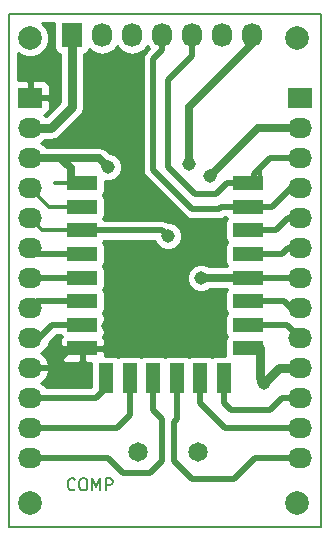
<source format=gbr>
G04 #@! TF.FileFunction,Copper,L1,Top,Signal*
%FSLAX46Y46*%
G04 Gerber Fmt 4.6, Leading zero omitted, Abs format (unit mm)*
G04 Created by KiCad (PCBNEW (2015-01-16 BZR 5376)-product) date 7/15/2015 11:03:25 AM*
%MOMM*%
G01*
G04 APERTURE LIST*
%ADD10C,0.100000*%
%ADD11C,0.200000*%
%ADD12R,2.500000X1.200000*%
%ADD13R,1.200000X2.500000*%
%ADD14C,2.000000*%
%ADD15R,2.032000X1.727200*%
%ADD16O,2.032000X1.727200*%
%ADD17C,1.651000*%
%ADD18R,1.727200X2.032000*%
%ADD19O,1.727200X2.032000*%
%ADD20C,1.143000*%
%ADD21C,0.350000*%
%ADD22C,0.762000*%
%ADD23C,0.635000*%
%ADD24C,0.508000*%
%ADD25C,0.381000*%
%ADD26C,0.254000*%
G04 APERTURE END LIST*
D10*
D11*
X138938000Y-84582000D02*
X138938000Y-81280000D01*
X112522000Y-84582000D02*
X138938000Y-84582000D01*
X112522000Y-81280000D02*
X112522000Y-84582000D01*
X118094286Y-81383143D02*
X118046667Y-81430762D01*
X117903810Y-81478381D01*
X117808572Y-81478381D01*
X117665714Y-81430762D01*
X117570476Y-81335524D01*
X117522857Y-81240286D01*
X117475238Y-81049810D01*
X117475238Y-80906952D01*
X117522857Y-80716476D01*
X117570476Y-80621238D01*
X117665714Y-80526000D01*
X117808572Y-80478381D01*
X117903810Y-80478381D01*
X118046667Y-80526000D01*
X118094286Y-80573619D01*
X118713333Y-80478381D02*
X118903810Y-80478381D01*
X118999048Y-80526000D01*
X119094286Y-80621238D01*
X119141905Y-80811714D01*
X119141905Y-81145048D01*
X119094286Y-81335524D01*
X118999048Y-81430762D01*
X118903810Y-81478381D01*
X118713333Y-81478381D01*
X118618095Y-81430762D01*
X118522857Y-81335524D01*
X118475238Y-81145048D01*
X118475238Y-80811714D01*
X118522857Y-80621238D01*
X118618095Y-80526000D01*
X118713333Y-80478381D01*
X119570476Y-81478381D02*
X119570476Y-80478381D01*
X119903810Y-81192667D01*
X120237143Y-80478381D01*
X120237143Y-81478381D01*
X120713333Y-81478381D02*
X120713333Y-80478381D01*
X121094286Y-80478381D01*
X121189524Y-80526000D01*
X121237143Y-80573619D01*
X121284762Y-80668857D01*
X121284762Y-80811714D01*
X121237143Y-80906952D01*
X121189524Y-80954571D01*
X121094286Y-81002190D01*
X120713333Y-81002190D01*
X138938000Y-41148000D02*
X112522000Y-41148000D01*
X138938000Y-81280000D02*
X138938000Y-41148000D01*
X112522000Y-41148000D02*
X112522000Y-81280000D01*
D12*
X118730000Y-55468000D03*
X118730000Y-57468000D03*
X118730000Y-59468000D03*
X118730000Y-61468000D03*
X118730000Y-63468000D03*
X118730000Y-65468000D03*
X118730000Y-67468000D03*
X118730000Y-69468000D03*
D13*
X120730000Y-71968000D03*
X122730000Y-71968000D03*
X126730000Y-71968000D03*
X128730000Y-71968000D03*
X130730000Y-71968000D03*
D12*
X132730000Y-69468000D03*
X132730000Y-67468000D03*
D13*
X124730000Y-71968000D03*
D12*
X132730000Y-65468000D03*
X132730000Y-63468000D03*
X132730000Y-61468000D03*
X132730000Y-59468000D03*
X132730000Y-57468000D03*
X132730000Y-55468000D03*
D14*
X136906000Y-43180000D03*
X114300000Y-43180000D03*
X114300000Y-82550000D03*
X136906000Y-82550000D03*
D15*
X137160000Y-48260000D03*
D16*
X137160000Y-50800000D03*
X137160000Y-53340000D03*
X137160000Y-55880000D03*
X137160000Y-58420000D03*
X137160000Y-60960000D03*
X137160000Y-63500000D03*
X137160000Y-66040000D03*
X137160000Y-68580000D03*
X137160000Y-71120000D03*
X137160000Y-73660000D03*
X137160000Y-76200000D03*
X137160000Y-78740000D03*
D15*
X114300000Y-48260000D03*
D16*
X114300000Y-50800000D03*
X114300000Y-53340000D03*
X114300000Y-55880000D03*
X114300000Y-58420000D03*
X114300000Y-60960000D03*
X114300000Y-63500000D03*
X114300000Y-66040000D03*
X114300000Y-68580000D03*
X114300000Y-71120000D03*
X114300000Y-73660000D03*
X114300000Y-76200000D03*
X114300000Y-78740000D03*
D17*
X128524000Y-78232000D03*
X123444000Y-78232000D03*
D18*
X117856000Y-42926000D03*
D19*
X120396000Y-42926000D03*
X122936000Y-42926000D03*
X125476000Y-42926000D03*
X128016000Y-42926000D03*
X130556000Y-42926000D03*
X133096000Y-42926000D03*
D20*
X134112000Y-72390000D03*
X129540000Y-54864000D03*
X120904000Y-67564000D03*
X119888000Y-45720000D03*
X125984000Y-59944000D03*
X128778000Y-63500000D03*
X120904000Y-54102000D03*
X127762000Y-53848000D03*
D21*
X133730000Y-69468000D02*
X133730000Y-70484000D01*
X134112000Y-72390000D02*
X134366000Y-72136000D01*
D22*
X117856000Y-49022000D02*
X116078000Y-50800000D01*
X116078000Y-50800000D02*
X114300000Y-50800000D01*
X117856000Y-42926000D02*
X117856000Y-49022000D01*
D23*
X133604000Y-50800000D02*
X129540000Y-54864000D01*
X137160000Y-50800000D02*
X133604000Y-50800000D01*
D22*
X133730000Y-72008000D02*
X134112000Y-72390000D01*
X133730000Y-69468000D02*
X133730000Y-72008000D01*
X135382000Y-71120000D02*
X134112000Y-72390000D01*
X137160000Y-71120000D02*
X135382000Y-71120000D01*
D24*
X120904000Y-67564000D02*
X127762000Y-60706000D01*
X127762000Y-60706000D02*
X127762000Y-59182000D01*
X127762000Y-59182000D02*
X123190000Y-54610000D01*
X123190000Y-54610000D02*
X123190000Y-49022000D01*
X123190000Y-49022000D02*
X119888000Y-45720000D01*
X116078000Y-71120000D02*
X114300000Y-71120000D01*
X117730000Y-69468000D02*
X116078000Y-71120000D01*
X118230000Y-69468000D02*
X117730000Y-69468000D01*
D21*
X136048000Y-67468000D02*
X137160000Y-68580000D01*
X133730000Y-67468000D02*
X136048000Y-67468000D01*
D24*
X136048000Y-67468000D02*
X137160000Y-68580000D01*
X133230000Y-67468000D02*
X136048000Y-67468000D01*
D21*
X115888000Y-57468000D02*
X114300000Y-55880000D01*
X117730000Y-57468000D02*
X115888000Y-57468000D01*
X115348000Y-59468000D02*
X114300000Y-58420000D01*
X117730000Y-59468000D02*
X115348000Y-59468000D01*
D24*
X125984000Y-59944000D02*
X125508000Y-59468000D01*
X125508000Y-59468000D02*
X117730000Y-59468000D01*
D21*
X114808000Y-61468000D02*
X114300000Y-60960000D01*
X117730000Y-61468000D02*
X114808000Y-61468000D01*
D24*
X114808000Y-61468000D02*
X114300000Y-60960000D01*
X118230000Y-61468000D02*
X114808000Y-61468000D01*
D21*
X114332000Y-63468000D02*
X114300000Y-63500000D01*
X117730000Y-63468000D02*
X114332000Y-63468000D01*
D24*
X114332000Y-63468000D02*
X114300000Y-63500000D01*
X118230000Y-63468000D02*
X114332000Y-63468000D01*
D21*
X114872000Y-65468000D02*
X114300000Y-66040000D01*
X117730000Y-65468000D02*
X114872000Y-65468000D01*
D24*
X114872000Y-65468000D02*
X114300000Y-66040000D01*
X118230000Y-65468000D02*
X114872000Y-65468000D01*
X115062000Y-68580000D02*
X114300000Y-68580000D01*
X116174000Y-67468000D02*
X115062000Y-68580000D01*
X118230000Y-67468000D02*
X116174000Y-67468000D01*
D21*
X114460000Y-73500000D02*
X114300000Y-73660000D01*
D24*
X119888000Y-73660000D02*
X114300000Y-73660000D01*
X120730000Y-72818000D02*
X119888000Y-73660000D01*
X120730000Y-71468000D02*
X120730000Y-72818000D01*
D21*
X121666000Y-76200000D02*
X122730000Y-75136000D01*
X114300000Y-76200000D02*
X121666000Y-76200000D01*
D24*
X121666000Y-76200000D02*
X114300000Y-76200000D01*
X122730000Y-75136000D02*
X121666000Y-76200000D01*
X122730000Y-71468000D02*
X122730000Y-75136000D01*
X126730000Y-75454000D02*
X126484002Y-75699998D01*
X126484002Y-75699998D02*
X126484002Y-78986002D01*
X126484002Y-78986002D02*
X128016000Y-80518000D01*
X128016000Y-80518000D02*
X131572000Y-80518000D01*
X131572000Y-80518000D02*
X133350000Y-78740000D01*
X133350000Y-78740000D02*
X137160000Y-78740000D01*
X126730000Y-71468000D02*
X126730000Y-75454000D01*
X128730000Y-74120000D02*
X130810000Y-76200000D01*
X130810000Y-76200000D02*
X137160000Y-76200000D01*
X128730000Y-71468000D02*
X128730000Y-74120000D01*
D21*
X130730000Y-71468000D02*
X130730000Y-72818000D01*
D24*
X130730000Y-74088000D02*
X131318000Y-74676000D01*
X131318000Y-74676000D02*
X134620000Y-74676000D01*
X134620000Y-74676000D02*
X135636000Y-73660000D01*
X135636000Y-73660000D02*
X137160000Y-73660000D01*
X130730000Y-71468000D02*
X130730000Y-74088000D01*
X120904000Y-78740000D02*
X122174000Y-80010000D01*
X122174000Y-80010000D02*
X124460000Y-80010000D01*
X124460000Y-80010000D02*
X125476000Y-78994000D01*
X125476000Y-78994000D02*
X125476000Y-75438000D01*
X125476000Y-75438000D02*
X124730000Y-74692000D01*
X124730000Y-74692000D02*
X124730000Y-71468000D01*
X114300000Y-78740000D02*
X120904000Y-78740000D01*
D21*
X136588000Y-65468000D02*
X137160000Y-66040000D01*
D24*
X136398000Y-66040000D02*
X137160000Y-66040000D01*
X135826000Y-65468000D02*
X136398000Y-66040000D01*
X133230000Y-65468000D02*
X135826000Y-65468000D01*
D21*
X137128000Y-63468000D02*
X137160000Y-63500000D01*
X133730000Y-63468000D02*
X137128000Y-63468000D01*
X128778000Y-63500000D02*
X128810000Y-63468000D01*
D23*
X128810000Y-63468000D02*
X133730000Y-63468000D01*
D24*
X137128000Y-63468000D02*
X137160000Y-63500000D01*
X133230000Y-63468000D02*
X137128000Y-63468000D01*
D21*
X136652000Y-61468000D02*
X137160000Y-60960000D01*
D24*
X136144000Y-60960000D02*
X137160000Y-60960000D01*
X135636000Y-61468000D02*
X136144000Y-60960000D01*
X133230000Y-61468000D02*
X135636000Y-61468000D01*
X136144000Y-58420000D02*
X137160000Y-58420000D01*
X135096000Y-59468000D02*
X136144000Y-58420000D01*
X133230000Y-59468000D02*
X135096000Y-59468000D01*
D21*
X133730000Y-54230000D02*
X134620000Y-53340000D01*
X134620000Y-53340000D02*
X137160000Y-53340000D01*
X133730000Y-55468000D02*
X133730000Y-54230000D01*
D25*
X128016000Y-42926000D02*
X128016000Y-43942000D01*
D24*
X128270000Y-56388000D02*
X126746000Y-54864000D01*
X126746000Y-54864000D02*
X126492000Y-54610000D01*
D25*
X126492000Y-54610000D02*
X126492000Y-54610000D01*
D24*
X130048000Y-56388000D02*
X128270000Y-56388000D01*
X130968000Y-55468000D02*
X130048000Y-56388000D01*
X133730000Y-55468000D02*
X130968000Y-55468000D01*
X125984000Y-54102000D02*
X128270000Y-56388000D01*
X125984000Y-46736000D02*
X128016000Y-44704000D01*
X125984000Y-53848000D02*
X125984000Y-46736000D01*
X128016000Y-42926000D02*
X128016000Y-44704000D01*
X125984000Y-54102000D02*
X125984000Y-53848000D01*
X134620000Y-53340000D02*
X137160000Y-53340000D01*
X133230000Y-54730000D02*
X134620000Y-53340000D01*
X133230000Y-55468000D02*
X133230000Y-54730000D01*
X127254000Y-56896000D02*
X125476000Y-55118000D01*
D25*
X131826000Y-57468000D02*
X130492000Y-57468000D01*
X133730000Y-57468000D02*
X131826000Y-57468000D01*
D24*
X130302000Y-57658000D02*
X128016000Y-57658000D01*
X127254000Y-56896000D02*
X128016000Y-57658000D01*
X125476000Y-44196000D02*
X124714000Y-44958000D01*
X124714000Y-44958000D02*
X124714000Y-54356000D01*
X124714000Y-54356000D02*
X125476000Y-55118000D01*
X125476000Y-42926000D02*
X125476000Y-44196000D01*
X131762000Y-57468000D02*
X131826000Y-57404000D01*
X131826000Y-57404000D02*
X131826000Y-57468000D01*
X130492000Y-57468000D02*
X131762000Y-57468000D01*
X130302000Y-57658000D02*
X130492000Y-57468000D01*
X136398000Y-55880000D02*
X137160000Y-55880000D01*
X134810000Y-57468000D02*
X136398000Y-55880000D01*
X133230000Y-57468000D02*
X134810000Y-57468000D01*
D21*
X117730000Y-55468000D02*
X116428000Y-55468000D01*
D25*
X117730000Y-54230000D02*
X116840000Y-53340000D01*
X116840000Y-53340000D02*
X114300000Y-53340000D01*
X120904000Y-54102000D02*
X120142000Y-53340000D01*
D23*
X127762000Y-49022000D02*
X127762000Y-53848000D01*
X133096000Y-43688000D02*
X127762000Y-49022000D01*
X133096000Y-42926000D02*
X133096000Y-43688000D01*
X120142000Y-53340000D02*
X120904000Y-54102000D01*
X114300000Y-53340000D02*
X120142000Y-53340000D01*
X116840000Y-53340000D02*
X114300000Y-53340000D01*
X117730000Y-54230000D02*
X116840000Y-53340000D01*
X117730000Y-55468000D02*
X117730000Y-54230000D01*
D26*
G36*
X116840000Y-48601159D02*
X115657159Y-49784000D01*
X115573594Y-49784000D01*
X115544415Y-49740330D01*
X115522219Y-49725499D01*
X115675698Y-49661927D01*
X115854327Y-49483299D01*
X115951000Y-49249910D01*
X115951000Y-48997291D01*
X115951000Y-48545750D01*
X115951000Y-47974250D01*
X115951000Y-47522709D01*
X115951000Y-47270090D01*
X115854327Y-47036701D01*
X115675698Y-46858073D01*
X115442309Y-46761400D01*
X114585750Y-46761400D01*
X114427000Y-46920150D01*
X114427000Y-48133000D01*
X115792250Y-48133000D01*
X115951000Y-47974250D01*
X115951000Y-48545750D01*
X115792250Y-48387000D01*
X114427000Y-48387000D01*
X114427000Y-48407000D01*
X114173000Y-48407000D01*
X114173000Y-48387000D01*
X114153000Y-48387000D01*
X114153000Y-48133000D01*
X114173000Y-48133000D01*
X114173000Y-46920150D01*
X114014250Y-46761400D01*
X113257000Y-46761400D01*
X113257000Y-44449438D01*
X113372637Y-44565278D01*
X113973352Y-44814716D01*
X114623795Y-44815284D01*
X115224943Y-44566894D01*
X115685278Y-44107363D01*
X115934716Y-43506648D01*
X115935284Y-42856205D01*
X115686894Y-42255057D01*
X115315486Y-41883000D01*
X116350374Y-41883000D01*
X116344960Y-41910000D01*
X116344960Y-43942000D01*
X116391937Y-44184123D01*
X116531727Y-44396927D01*
X116742760Y-44539377D01*
X116840000Y-44558877D01*
X116840000Y-48601159D01*
X116840000Y-48601159D01*
G37*
X116840000Y-48601159D02*
X115657159Y-49784000D01*
X115573594Y-49784000D01*
X115544415Y-49740330D01*
X115522219Y-49725499D01*
X115675698Y-49661927D01*
X115854327Y-49483299D01*
X115951000Y-49249910D01*
X115951000Y-48997291D01*
X115951000Y-48545750D01*
X115951000Y-47974250D01*
X115951000Y-47522709D01*
X115951000Y-47270090D01*
X115854327Y-47036701D01*
X115675698Y-46858073D01*
X115442309Y-46761400D01*
X114585750Y-46761400D01*
X114427000Y-46920150D01*
X114427000Y-48133000D01*
X115792250Y-48133000D01*
X115951000Y-47974250D01*
X115951000Y-48545750D01*
X115792250Y-48387000D01*
X114427000Y-48387000D01*
X114427000Y-48407000D01*
X114173000Y-48407000D01*
X114173000Y-48387000D01*
X114153000Y-48387000D01*
X114153000Y-48133000D01*
X114173000Y-48133000D01*
X114173000Y-46920150D01*
X114014250Y-46761400D01*
X113257000Y-46761400D01*
X113257000Y-44449438D01*
X113372637Y-44565278D01*
X113973352Y-44814716D01*
X114623795Y-44815284D01*
X115224943Y-44566894D01*
X115685278Y-44107363D01*
X115934716Y-43506648D01*
X115935284Y-42856205D01*
X115686894Y-42255057D01*
X115315486Y-41883000D01*
X116350374Y-41883000D01*
X116344960Y-41910000D01*
X116344960Y-43942000D01*
X116391937Y-44184123D01*
X116531727Y-44396927D01*
X116742760Y-44539377D01*
X116840000Y-44558877D01*
X116840000Y-48601159D01*
G36*
X130983675Y-68468654D02*
X130882623Y-68618360D01*
X130832560Y-68868000D01*
X130832560Y-70068000D01*
X130833056Y-70070560D01*
X130130000Y-70070560D01*
X129887877Y-70117537D01*
X129729345Y-70221675D01*
X129579640Y-70120623D01*
X129330000Y-70070560D01*
X128130000Y-70070560D01*
X127887877Y-70117537D01*
X127729345Y-70221675D01*
X127579640Y-70120623D01*
X127330000Y-70070560D01*
X126130000Y-70070560D01*
X125887877Y-70117537D01*
X125729345Y-70221675D01*
X125579640Y-70120623D01*
X125330000Y-70070560D01*
X124130000Y-70070560D01*
X123887877Y-70117537D01*
X123729345Y-70221675D01*
X123579640Y-70120623D01*
X123330000Y-70070560D01*
X122130000Y-70070560D01*
X121887877Y-70117537D01*
X121729345Y-70221675D01*
X121579640Y-70120623D01*
X121330000Y-70070560D01*
X120615000Y-70070560D01*
X120615000Y-69753750D01*
X120456250Y-69595000D01*
X118857000Y-69595000D01*
X118857000Y-70544250D01*
X119015750Y-70703000D01*
X119485568Y-70703000D01*
X119482560Y-70718000D01*
X119482560Y-72771000D01*
X118603000Y-72771000D01*
X118603000Y-70544250D01*
X118603000Y-69595000D01*
X117003750Y-69595000D01*
X116845000Y-69753750D01*
X116845000Y-70194309D01*
X116941673Y-70427698D01*
X117120301Y-70606327D01*
X117353690Y-70703000D01*
X117606309Y-70703000D01*
X118444250Y-70703000D01*
X118603000Y-70544250D01*
X118603000Y-72771000D01*
X115658453Y-72771000D01*
X115544415Y-72600330D01*
X115234930Y-72393539D01*
X115650732Y-72022036D01*
X115904709Y-71494791D01*
X115907358Y-71479026D01*
X115786217Y-71247000D01*
X114427000Y-71247000D01*
X114427000Y-71267000D01*
X114173000Y-71267000D01*
X114173000Y-71247000D01*
X114153000Y-71247000D01*
X114153000Y-70993000D01*
X114173000Y-70993000D01*
X114173000Y-70973000D01*
X114427000Y-70973000D01*
X114427000Y-70993000D01*
X115786217Y-70993000D01*
X115907358Y-70760974D01*
X115904709Y-70745209D01*
X115650732Y-70217964D01*
X115234930Y-69846460D01*
X115544415Y-69639670D01*
X115869271Y-69153489D01*
X115899942Y-68999293D01*
X116542236Y-68357000D01*
X116910330Y-68357000D01*
X116982741Y-68467232D01*
X116941673Y-68508302D01*
X116845000Y-68741691D01*
X116845000Y-69182250D01*
X117003750Y-69341000D01*
X118603000Y-69341000D01*
X118603000Y-69321000D01*
X118857000Y-69321000D01*
X118857000Y-69341000D01*
X120456250Y-69341000D01*
X120615000Y-69182250D01*
X120615000Y-68741691D01*
X120518327Y-68508302D01*
X120476745Y-68466720D01*
X120577377Y-68317640D01*
X120627440Y-68068000D01*
X120627440Y-66868000D01*
X120580463Y-66625877D01*
X120476324Y-66467345D01*
X120577377Y-66317640D01*
X120627440Y-66068000D01*
X120627440Y-64868000D01*
X120580463Y-64625877D01*
X120476324Y-64467345D01*
X120577377Y-64317640D01*
X120627440Y-64068000D01*
X120627440Y-62868000D01*
X120580463Y-62625877D01*
X120476324Y-62467345D01*
X120577377Y-62317640D01*
X120627440Y-62068000D01*
X120627440Y-60868000D01*
X120580463Y-60625877D01*
X120476324Y-60467345D01*
X120550808Y-60357000D01*
X124849212Y-60357000D01*
X124960582Y-60626535D01*
X125299680Y-60966225D01*
X125742959Y-61150290D01*
X126222935Y-61150709D01*
X126666535Y-60967418D01*
X127006225Y-60628320D01*
X127190290Y-60185041D01*
X127190709Y-59705065D01*
X127007418Y-59261465D01*
X126668320Y-58921775D01*
X126225041Y-58737710D01*
X125984140Y-58737499D01*
X125848206Y-58646671D01*
X125508000Y-58579000D01*
X120549669Y-58579000D01*
X120476324Y-58467345D01*
X120577377Y-58317640D01*
X120627440Y-58068000D01*
X120627440Y-56868000D01*
X120580463Y-56625877D01*
X120476324Y-56467345D01*
X120577377Y-56317640D01*
X120627440Y-56068000D01*
X120627440Y-55293541D01*
X120662959Y-55308290D01*
X121142935Y-55308709D01*
X121586535Y-55125418D01*
X121926225Y-54786320D01*
X122110290Y-54343041D01*
X122110709Y-53863065D01*
X121927418Y-53419465D01*
X121588320Y-53079775D01*
X121145041Y-52895710D01*
X121044660Y-52895622D01*
X120815519Y-52666481D01*
X120506506Y-52460005D01*
X120142000Y-52387500D01*
X116840000Y-52387500D01*
X115616023Y-52387500D01*
X115544415Y-52280330D01*
X115229634Y-52070000D01*
X115544415Y-51859670D01*
X115573594Y-51816000D01*
X116078000Y-51816000D01*
X116078000Y-51815999D01*
X116402299Y-51751492D01*
X116466806Y-51738662D01*
X116466807Y-51738662D01*
X116796420Y-51518420D01*
X118574420Y-49740420D01*
X118574421Y-49740420D01*
X118794662Y-49410807D01*
X118794662Y-49410806D01*
X118872000Y-49022000D01*
X118872000Y-44559871D01*
X118961723Y-44542463D01*
X119174527Y-44402673D01*
X119316977Y-44191640D01*
X119324718Y-44153037D01*
X119336330Y-44170415D01*
X119822511Y-44495271D01*
X120396000Y-44609345D01*
X120969489Y-44495271D01*
X121455670Y-44170415D01*
X121666000Y-43855634D01*
X121876330Y-44170415D01*
X122362511Y-44495271D01*
X122936000Y-44609345D01*
X123509489Y-44495271D01*
X123995670Y-44170415D01*
X124206000Y-43855634D01*
X124347444Y-44067319D01*
X124085382Y-44329382D01*
X123892671Y-44617794D01*
X123825000Y-44958000D01*
X123825000Y-54356000D01*
X123892671Y-54696206D01*
X124085382Y-54984618D01*
X124847382Y-55746618D01*
X126625382Y-57524618D01*
X127387382Y-58286618D01*
X127675794Y-58479329D01*
X127675795Y-58479329D01*
X128016000Y-58547000D01*
X130302000Y-58547000D01*
X130642205Y-58479329D01*
X130642206Y-58479329D01*
X130825283Y-58357000D01*
X130825284Y-58357000D01*
X130910330Y-58357000D01*
X130983675Y-58468654D01*
X130882623Y-58618360D01*
X130832560Y-58868000D01*
X130832560Y-60068000D01*
X130879537Y-60310123D01*
X130983675Y-60468654D01*
X130882623Y-60618360D01*
X130832560Y-60868000D01*
X130832560Y-62068000D01*
X130879537Y-62310123D01*
X130983675Y-62468654D01*
X130952054Y-62515500D01*
X129499979Y-62515500D01*
X129462320Y-62477775D01*
X129019041Y-62293710D01*
X128539065Y-62293291D01*
X128095465Y-62476582D01*
X127755775Y-62815680D01*
X127571710Y-63258959D01*
X127571291Y-63738935D01*
X127754582Y-64182535D01*
X128093680Y-64522225D01*
X128536959Y-64706290D01*
X129016935Y-64706709D01*
X129460535Y-64523418D01*
X129563632Y-64420500D01*
X130952043Y-64420500D01*
X130983675Y-64468654D01*
X130882623Y-64618360D01*
X130832560Y-64868000D01*
X130832560Y-66068000D01*
X130879537Y-66310123D01*
X130983675Y-66468654D01*
X130882623Y-66618360D01*
X130832560Y-66868000D01*
X130832560Y-68068000D01*
X130879537Y-68310123D01*
X130983675Y-68468654D01*
X130983675Y-68468654D01*
G37*
X130983675Y-68468654D02*
X130882623Y-68618360D01*
X130832560Y-68868000D01*
X130832560Y-70068000D01*
X130833056Y-70070560D01*
X130130000Y-70070560D01*
X129887877Y-70117537D01*
X129729345Y-70221675D01*
X129579640Y-70120623D01*
X129330000Y-70070560D01*
X128130000Y-70070560D01*
X127887877Y-70117537D01*
X127729345Y-70221675D01*
X127579640Y-70120623D01*
X127330000Y-70070560D01*
X126130000Y-70070560D01*
X125887877Y-70117537D01*
X125729345Y-70221675D01*
X125579640Y-70120623D01*
X125330000Y-70070560D01*
X124130000Y-70070560D01*
X123887877Y-70117537D01*
X123729345Y-70221675D01*
X123579640Y-70120623D01*
X123330000Y-70070560D01*
X122130000Y-70070560D01*
X121887877Y-70117537D01*
X121729345Y-70221675D01*
X121579640Y-70120623D01*
X121330000Y-70070560D01*
X120615000Y-70070560D01*
X120615000Y-69753750D01*
X120456250Y-69595000D01*
X118857000Y-69595000D01*
X118857000Y-70544250D01*
X119015750Y-70703000D01*
X119485568Y-70703000D01*
X119482560Y-70718000D01*
X119482560Y-72771000D01*
X118603000Y-72771000D01*
X118603000Y-70544250D01*
X118603000Y-69595000D01*
X117003750Y-69595000D01*
X116845000Y-69753750D01*
X116845000Y-70194309D01*
X116941673Y-70427698D01*
X117120301Y-70606327D01*
X117353690Y-70703000D01*
X117606309Y-70703000D01*
X118444250Y-70703000D01*
X118603000Y-70544250D01*
X118603000Y-72771000D01*
X115658453Y-72771000D01*
X115544415Y-72600330D01*
X115234930Y-72393539D01*
X115650732Y-72022036D01*
X115904709Y-71494791D01*
X115907358Y-71479026D01*
X115786217Y-71247000D01*
X114427000Y-71247000D01*
X114427000Y-71267000D01*
X114173000Y-71267000D01*
X114173000Y-71247000D01*
X114153000Y-71247000D01*
X114153000Y-70993000D01*
X114173000Y-70993000D01*
X114173000Y-70973000D01*
X114427000Y-70973000D01*
X114427000Y-70993000D01*
X115786217Y-70993000D01*
X115907358Y-70760974D01*
X115904709Y-70745209D01*
X115650732Y-70217964D01*
X115234930Y-69846460D01*
X115544415Y-69639670D01*
X115869271Y-69153489D01*
X115899942Y-68999293D01*
X116542236Y-68357000D01*
X116910330Y-68357000D01*
X116982741Y-68467232D01*
X116941673Y-68508302D01*
X116845000Y-68741691D01*
X116845000Y-69182250D01*
X117003750Y-69341000D01*
X118603000Y-69341000D01*
X118603000Y-69321000D01*
X118857000Y-69321000D01*
X118857000Y-69341000D01*
X120456250Y-69341000D01*
X120615000Y-69182250D01*
X120615000Y-68741691D01*
X120518327Y-68508302D01*
X120476745Y-68466720D01*
X120577377Y-68317640D01*
X120627440Y-68068000D01*
X120627440Y-66868000D01*
X120580463Y-66625877D01*
X120476324Y-66467345D01*
X120577377Y-66317640D01*
X120627440Y-66068000D01*
X120627440Y-64868000D01*
X120580463Y-64625877D01*
X120476324Y-64467345D01*
X120577377Y-64317640D01*
X120627440Y-64068000D01*
X120627440Y-62868000D01*
X120580463Y-62625877D01*
X120476324Y-62467345D01*
X120577377Y-62317640D01*
X120627440Y-62068000D01*
X120627440Y-60868000D01*
X120580463Y-60625877D01*
X120476324Y-60467345D01*
X120550808Y-60357000D01*
X124849212Y-60357000D01*
X124960582Y-60626535D01*
X125299680Y-60966225D01*
X125742959Y-61150290D01*
X126222935Y-61150709D01*
X126666535Y-60967418D01*
X127006225Y-60628320D01*
X127190290Y-60185041D01*
X127190709Y-59705065D01*
X127007418Y-59261465D01*
X126668320Y-58921775D01*
X126225041Y-58737710D01*
X125984140Y-58737499D01*
X125848206Y-58646671D01*
X125508000Y-58579000D01*
X120549669Y-58579000D01*
X120476324Y-58467345D01*
X120577377Y-58317640D01*
X120627440Y-58068000D01*
X120627440Y-56868000D01*
X120580463Y-56625877D01*
X120476324Y-56467345D01*
X120577377Y-56317640D01*
X120627440Y-56068000D01*
X120627440Y-55293541D01*
X120662959Y-55308290D01*
X121142935Y-55308709D01*
X121586535Y-55125418D01*
X121926225Y-54786320D01*
X122110290Y-54343041D01*
X122110709Y-53863065D01*
X121927418Y-53419465D01*
X121588320Y-53079775D01*
X121145041Y-52895710D01*
X121044660Y-52895622D01*
X120815519Y-52666481D01*
X120506506Y-52460005D01*
X120142000Y-52387500D01*
X116840000Y-52387500D01*
X115616023Y-52387500D01*
X115544415Y-52280330D01*
X115229634Y-52070000D01*
X115544415Y-51859670D01*
X115573594Y-51816000D01*
X116078000Y-51816000D01*
X116078000Y-51815999D01*
X116402299Y-51751492D01*
X116466806Y-51738662D01*
X116466807Y-51738662D01*
X116796420Y-51518420D01*
X118574420Y-49740420D01*
X118574421Y-49740420D01*
X118794662Y-49410807D01*
X118794662Y-49410806D01*
X118872000Y-49022000D01*
X118872000Y-44559871D01*
X118961723Y-44542463D01*
X119174527Y-44402673D01*
X119316977Y-44191640D01*
X119324718Y-44153037D01*
X119336330Y-44170415D01*
X119822511Y-44495271D01*
X120396000Y-44609345D01*
X120969489Y-44495271D01*
X121455670Y-44170415D01*
X121666000Y-43855634D01*
X121876330Y-44170415D01*
X122362511Y-44495271D01*
X122936000Y-44609345D01*
X123509489Y-44495271D01*
X123995670Y-44170415D01*
X124206000Y-43855634D01*
X124347444Y-44067319D01*
X124085382Y-44329382D01*
X123892671Y-44617794D01*
X123825000Y-44958000D01*
X123825000Y-54356000D01*
X123892671Y-54696206D01*
X124085382Y-54984618D01*
X124847382Y-55746618D01*
X126625382Y-57524618D01*
X127387382Y-58286618D01*
X127675794Y-58479329D01*
X127675795Y-58479329D01*
X128016000Y-58547000D01*
X130302000Y-58547000D01*
X130642205Y-58479329D01*
X130642206Y-58479329D01*
X130825283Y-58357000D01*
X130825284Y-58357000D01*
X130910330Y-58357000D01*
X130983675Y-58468654D01*
X130882623Y-58618360D01*
X130832560Y-58868000D01*
X130832560Y-60068000D01*
X130879537Y-60310123D01*
X130983675Y-60468654D01*
X130882623Y-60618360D01*
X130832560Y-60868000D01*
X130832560Y-62068000D01*
X130879537Y-62310123D01*
X130983675Y-62468654D01*
X130952054Y-62515500D01*
X129499979Y-62515500D01*
X129462320Y-62477775D01*
X129019041Y-62293710D01*
X128539065Y-62293291D01*
X128095465Y-62476582D01*
X127755775Y-62815680D01*
X127571710Y-63258959D01*
X127571291Y-63738935D01*
X127754582Y-64182535D01*
X128093680Y-64522225D01*
X128536959Y-64706290D01*
X129016935Y-64706709D01*
X129460535Y-64523418D01*
X129563632Y-64420500D01*
X130952043Y-64420500D01*
X130983675Y-64468654D01*
X130882623Y-64618360D01*
X130832560Y-64868000D01*
X130832560Y-66068000D01*
X130879537Y-66310123D01*
X130983675Y-66468654D01*
X130882623Y-66618360D01*
X130832560Y-66868000D01*
X130832560Y-68068000D01*
X130879537Y-68310123D01*
X130983675Y-68468654D01*
M02*

</source>
